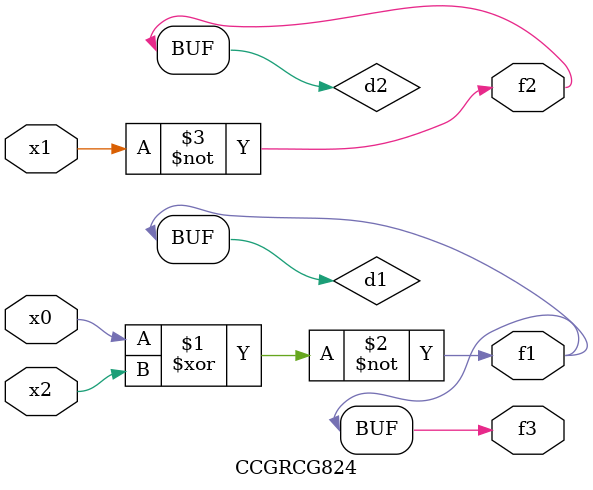
<source format=v>
module CCGRCG824(
	input x0, x1, x2,
	output f1, f2, f3
);

	wire d1, d2, d3;

	xnor (d1, x0, x2);
	nand (d2, x1);
	nor (d3, x1, x2);
	assign f1 = d1;
	assign f2 = d2;
	assign f3 = d1;
endmodule

</source>
